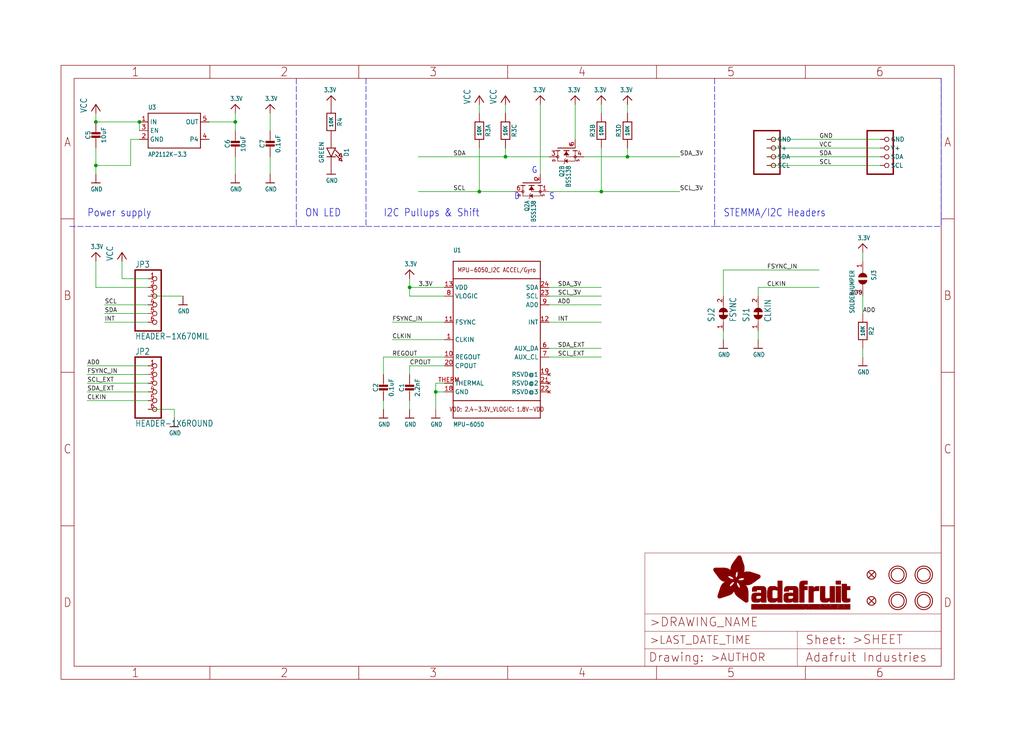
<source format=kicad_sch>
(kicad_sch (version 20211123) (generator eeschema)
  (paper "User" 298.45 217.881)
  (lib_symbols
    (symbol "eagleSchem-eagle-import:3.3V" (power)
      (property "Value" "3.3V" (at -1.524 1.016 0))
      (symbol "3.3V_1_0"
        (pin power_in line (at 0 -2.54 90) (length 2.54) (name "3.3V") (number "1"))
      )
    )
    (symbol "eagleSchem-eagle-import:CAP_CERAMIC0603_NO"
      (property "Reference" "C" (at -2.29 1.25 90))
      (property "Value" "CAP_CERAMIC0603_NO" (at 2.3 1.25 90))
      (symbol "CAP_CERAMIC0603_NO_1_0"
        (pin passive line (at 0 5.08 270) (length 2.54) (name "1") (number "1"))
        (pin passive line (at 0 -2.54 90) (length 2.54) (name "2") (number "2"))
      )
    )
    (symbol "eagleSchem-eagle-import:CAP_CERAMIC0805-NOOUTLINE"
      (property "Reference" "C" (at -2.29 1.25 90))
      (property "Value" "CAP_CERAMIC0805-NOOUTLINE" (at 2.3 1.25 90))
      (symbol "CAP_CERAMIC0805-NOOUTLINE_1_0"
        (pin passive line (at 0 5.08 270) (length 2.54) (name "1") (number "1"))
        (pin passive line (at 0 -2.54 90) (length 2.54) (name "2") (number "2"))
      )
    )
    (symbol "eagleSchem-eagle-import:FIDUCIAL_1MM")
    (symbol "eagleSchem-eagle-import:FRAME_A4_ADAFRUIT"
      (symbol "FRAME_A4_ADAFRUIT_0_0"
        (text "1" (at 21.6958 1.905 0) (effects (font (size 2.54 2.286))))
        (text "1" (at 21.6958 177.165 0) (effects (font (size 2.54 2.286))))
        (text "2" (at 65.0875 1.905 0) (effects (font (size 2.54 2.286))))
        (text "2" (at 65.0875 177.165 0) (effects (font (size 2.54 2.286))))
        (text "3" (at 108.4792 1.905 0) (effects (font (size 2.54 2.286))))
        (text "3" (at 108.4792 177.165 0) (effects (font (size 2.54 2.286))))
        (text "4" (at 151.8708 1.905 0) (effects (font (size 2.54 2.286))))
        (text "4" (at 151.8708 177.165 0) (effects (font (size 2.54 2.286))))
        (text "5" (at 195.2625 1.905 0) (effects (font (size 2.54 2.286))))
        (text "5" (at 195.2625 177.165 0) (effects (font (size 2.54 2.286))))
        (text "6" (at 238.6542 1.905 0) (effects (font (size 2.54 2.286))))
        (text "6" (at 238.6542 177.165 0) (effects (font (size 2.54 2.286))))
        (text "A" (at 1.905 156.6863 0) (effects (font (size 2.54 2.286))))
        (text "A" (at 258.445 156.6863 0) (effects (font (size 2.54 2.286))))
        (text "B" (at 1.905 111.9188 0) (effects (font (size 2.54 2.286))))
        (text "B" (at 258.445 111.9188 0) (effects (font (size 2.54 2.286))))
        (text "C" (at 1.905 67.1513 0) (effects (font (size 2.54 2.286))))
        (text "C" (at 258.445 67.1513 0) (effects (font (size 2.54 2.286))))
        (text "D" (at 1.905 22.3838 0) (effects (font (size 2.54 2.286))))
        (text "D" (at 258.445 22.3838 0) (effects (font (size 2.54 2.286))))
      )
      (symbol "FRAME_A4_ADAFRUIT_1_0"
        (text ">AUTHOR" (at 189.23 5.08 0) (effects (font (size 2.286 2.286)) (justify left bottom)))
        (text ">DRAWING_NAME" (at 171.45 15.24 0) (effects (font (size 2.54 2.54)) (justify left bottom)))
        (text ">LAST_DATE_TIME" (at 171.45 10.16 0) (effects (font (size 2.286 2.286)) (justify left bottom)))
        (text ">SHEET" (at 230.505 10.16 0) (effects (font (size 2.54 2.54)) (justify left bottom)))
        (text "Adafruit Industries" (at 216.916 4.953 0) (effects (font (size 2.54 2.54)) (justify left bottom)))
        (text "Drawing:" (at 171.196 4.953 0) (effects (font (size 2.54 2.54)) (justify left bottom)))
        (text "Sheet:" (at 216.916 10.033 0) (effects (font (size 2.54 2.54)) (justify left bottom)))
      )
    )
    (symbol "eagleSchem-eagle-import:GND" (power)
      (property "Value" "GND" (at -1.524 -2.54 0))
      (symbol "GND_1_0"
        (pin power_in line (at 0 2.54 270) (length 2.54) (name "GND") (number "1"))
      )
    )
    (symbol "eagleSchem-eagle-import:HEADER-1X670MIL"
      (property "Reference" "JP" (at -6.35 10.795 0))
      (property "Value" "HEADER-1X670MIL" (at -6.35 -10.16 0))
      (symbol "HEADER-1X670MIL_1_0"
        (pin passive inverted (at -2.54 7.62 0) (length 2.54) (name "1") (number "1"))
        (pin passive inverted (at -2.54 5.08 0) (length 2.54) (name "2") (number "2"))
        (pin passive inverted (at -2.54 2.54 0) (length 2.54) (name "3") (number "3"))
        (pin passive inverted (at -2.54 0 0) (length 2.54) (name "4") (number "4"))
        (pin passive inverted (at -2.54 -2.54 0) (length 2.54) (name "5") (number "5"))
        (pin passive inverted (at -2.54 -5.08 0) (length 2.54) (name "6") (number "6"))
      )
    )
    (symbol "eagleSchem-eagle-import:HEADER-1X6ROUND"
      (property "Reference" "JP" (at -6.35 10.795 0))
      (property "Value" "HEADER-1X6ROUND" (at -6.35 -10.16 0))
      (symbol "HEADER-1X6ROUND_1_0"
        (pin passive inverted (at -2.54 7.62 0) (length 2.54) (name "1") (number "1"))
        (pin passive inverted (at -2.54 5.08 0) (length 2.54) (name "2") (number "2"))
        (pin passive inverted (at -2.54 2.54 0) (length 2.54) (name "3") (number "3"))
        (pin passive inverted (at -2.54 0 0) (length 2.54) (name "4") (number "4"))
        (pin passive inverted (at -2.54 -2.54 0) (length 2.54) (name "5") (number "5"))
        (pin passive inverted (at -2.54 -5.08 0) (length 2.54) (name "6") (number "6"))
      )
    )
    (symbol "eagleSchem-eagle-import:LED0603_NOOUTLINE"
      (property "Reference" "D" (at -1.27 4.445 0))
      (property "Value" "LED0603_NOOUTLINE" (at -1.27 -2.794 0))
      (symbol "LED0603_NOOUTLINE_1_0"
        (pin passive line (at -5.08 0 0) (length 2.54) (name "A") (number "A"))
        (pin passive line (at 2.54 0 180) (length 2.54) (name "C") (number "C"))
      )
    )
    (symbol "eagleSchem-eagle-import:MOSFET-N_DUAL"
      (property "Reference" "Q" (at 5.08 0.635 0))
      (property "Value" "MOSFET-N_DUAL" (at 5.08 -1.27 0))
      (symbol "MOSFET-N_DUAL_1_0"
        (text "D" (at 3.175 3.175 0) (effects (font (size 0.8128 0.6908)) (justify left bottom)))
        (text "G" (at -1.27 -1.905 0) (effects (font (size 0.8128 0.6908)) (justify left bottom)))
        (text "S" (at 3.175 -3.81 0) (effects (font (size 0.8128 0.6908)) (justify left bottom)))
        (pin bidirectional line (at 2.54 -5.08 90) (length 2.54) (name "S") (number "1"))
        (pin bidirectional line (at -2.54 -2.54 0) (length 2.54) (name "G") (number "2"))
        (pin bidirectional line (at 2.54 5.08 270) (length 2.54) (name "D") (number "6"))
      )
      (symbol "MOSFET-N_DUAL_2_0"
        (text "D" (at 3.175 3.175 0) (effects (font (size 0.8128 0.6908)) (justify left bottom)))
        (text "G" (at -1.27 -1.905 0) (effects (font (size 0.8128 0.6908)) (justify left bottom)))
        (text "S" (at 3.175 -3.81 0) (effects (font (size 0.8128 0.6908)) (justify left bottom)))
        (pin bidirectional line (at 2.54 5.08 270) (length 2.54) (name "D") (number "3"))
        (pin bidirectional line (at 2.54 -5.08 90) (length 2.54) (name "S") (number "4"))
        (pin bidirectional line (at -2.54 -2.54 0) (length 2.54) (name "G") (number "5"))
      )
    )
    (symbol "eagleSchem-eagle-import:MOUNTINGHOLE2.5")
    (symbol "eagleSchem-eagle-import:MPU-6050"
      (property "Reference" "U" (at -12.7 25.4 0))
      (property "Value" "MPU-6050" (at -12.7 -25.4 0))
      (symbol "MPU-6050_1_0"
        (text "MPU-6050_I2C ACCEL/Gyro" (at 0 20.32 0) (effects (font (size 1.27 1.0795))))
        (text "VDD: 2.4-3.3V_VLOGIC: 1.8V-VDD" (at 0 -20.32 0) (effects (font (size 1.27 1.0795))))
        (pin input line (at -15.24 0 0) (length 2.54) (name "CLKIN") (number "1"))
        (pin passive line (at -15.24 -5.08 0) (length 2.54) (name "REGOUT") (number "10"))
        (pin input line (at -15.24 5.08 0) (length 2.54) (name "FSYNC") (number "11"))
        (pin output line (at 15.24 5.08 180) (length 2.54) (name "INT") (number "12"))
        (pin power_in line (at -15.24 15.24 0) (length 2.54) (name "VDD") (number "13"))
        (pin power_in line (at -15.24 -15.24 0) (length 2.54) (name "GND") (number "18"))
        (pin no_connect line (at 15.24 -10.16 180) (length 2.54) (name "RSVD@1") (number "19"))
        (pin passive line (at -15.24 -7.62 0) (length 2.54) (name "CPOUT") (number "20"))
        (pin no_connect line (at 15.24 -12.7 180) (length 2.54) (name "RSVD@2") (number "21"))
        (pin no_connect line (at 15.24 -15.24 180) (length 2.54) (name "RSVD@3") (number "22"))
        (pin bidirectional line (at 15.24 12.7 180) (length 2.54) (name "SCL") (number "23"))
        (pin bidirectional line (at 15.24 15.24 180) (length 2.54) (name "SDA") (number "24"))
        (pin bidirectional line (at 15.24 -2.54 180) (length 2.54) (name "AUX_DA") (number "6"))
        (pin bidirectional line (at 15.24 -5.08 180) (length 2.54) (name "AUX_CL") (number "7"))
        (pin power_in line (at -15.24 12.7 0) (length 2.54) (name "VLOGIC") (number "8"))
        (pin input line (at 15.24 10.16 180) (length 2.54) (name "AD0") (number "9"))
        (pin power_in line (at -15.24 -12.7 0) (length 2.54) (name "THERMAL") (number "THERM"))
      )
    )
    (symbol "eagleSchem-eagle-import:RESISTOR_0603_NOOUT"
      (property "Reference" "R" (at 0 2.54 0))
      (property "Value" "RESISTOR_0603_NOOUT" (at 0 0 0))
      (symbol "RESISTOR_0603_NOOUT_1_0"
        (pin passive line (at -5.08 0 0) (length 2.54) (name "1") (number "1"))
        (pin passive line (at 5.08 0 180) (length 2.54) (name "2") (number "2"))
      )
    )
    (symbol "eagleSchem-eagle-import:RESISTOR_4PACK"
      (property "Reference" "R" (at 0 2.54 0))
      (property "Value" "RESISTOR_4PACK" (at 0 0 0))
      (symbol "RESISTOR_4PACK_1_0"
        (pin passive line (at -5.08 0 0) (length 2.54) (name "1") (number "1"))
        (pin passive line (at 5.08 0 180) (length 2.54) (name "2") (number "8"))
      )
      (symbol "RESISTOR_4PACK_2_0"
        (pin passive line (at -5.08 0 0) (length 2.54) (name "1") (number "2"))
        (pin passive line (at 5.08 0 180) (length 2.54) (name "2") (number "7"))
      )
      (symbol "RESISTOR_4PACK_3_0"
        (pin passive line (at -5.08 0 0) (length 2.54) (name "1") (number "3"))
        (pin passive line (at 5.08 0 180) (length 2.54) (name "2") (number "6"))
      )
      (symbol "RESISTOR_4PACK_4_0"
        (pin passive line (at -5.08 0 0) (length 2.54) (name "1") (number "4"))
        (pin passive line (at 5.08 0 180) (length 2.54) (name "2") (number "5"))
      )
    )
    (symbol "eagleSchem-eagle-import:SOLDERJUMPER"
      (property "Reference" "SJ" (at -2.54 2.54 0))
      (property "Value" "SOLDERJUMPER" (at -2.54 -3.81 0))
      (symbol "SOLDERJUMPER_1_0"
        (pin passive line (at -5.08 0 0) (length 2.54) (name "1") (number "1"))
        (pin passive line (at 5.08 0 180) (length 2.54) (name "2") (number "2"))
      )
    )
    (symbol "eagleSchem-eagle-import:SOLDERJUMPER_CLOSED"
      (property "Reference" "SJ" (at -2.54 2.54 0))
      (property "Value" "SOLDERJUMPER_CLOSED" (at -2.54 -3.81 0))
      (symbol "SOLDERJUMPER_CLOSED_1_0"
        (pin passive line (at -5.08 0 0) (length 2.54) (name "1") (number "1"))
        (pin passive line (at 5.08 0 180) (length 2.54) (name "2") (number "2"))
      )
    )
    (symbol "eagleSchem-eagle-import:STEMMA_I2C_QT"
      (symbol "STEMMA_I2C_QT_1_0"
        (pin passive inverted (at 0 5.08 0) (length 2.54) (name "GND") (number "1"))
        (pin passive inverted (at 0 2.54 0) (length 2.54) (name "V+") (number "2"))
        (pin passive inverted (at 0 0 0) (length 2.54) (name "SDA") (number "3"))
        (pin passive inverted (at 0 -2.54 0) (length 2.54) (name "SCL") (number "4"))
      )
      (symbol "STEMMA_I2C_QT_2_0"
        (pin bidirectional line (at 0 0 0) (length 5.08) (name "MT") (number "MT1"))
      )
      (symbol "STEMMA_I2C_QT_3_0"
        (pin bidirectional line (at 0 0 0) (length 5.08) (name "MT") (number "MT2"))
      )
    )
    (symbol "eagleSchem-eagle-import:VCC" (power)
      (property "Value" "VCC" (at -2.54 -2.54 90))
      (symbol "VCC_1_0"
        (pin power_in line (at 0 -2.54 90) (length 2.54) (name "VCC") (number "1"))
      )
    )
    (symbol "eagleSchem-eagle-import:VREG_SOT23-5"
      (property "Reference" "U" (at -7.62 6.096 0))
      (property "Value" "VREG_SOT23-5" (at -7.62 -7.62 0))
      (symbol "VREG_SOT23-5_1_0"
        (pin power_in line (at -10.16 2.54 0) (length 2.54) (name "IN") (number "1"))
        (pin power_in line (at -10.16 -2.54 0) (length 2.54) (name "GND") (number "2"))
        (pin input line (at -10.16 0 0) (length 2.54) (name "EN") (number "3"))
        (pin bidirectional line (at 10.16 -2.54 180) (length 2.54) (name "P4") (number "4"))
        (pin power_in line (at 10.16 2.54 180) (length 2.54) (name "OUT") (number "5"))
      )
    )
  )
  (junction (at 27.94 48.26))
  (junction (at 175.26 55.88))
  (junction (at 139.7 55.88))
  (junction (at 147.32 45.72))
  (junction (at 68.58 35.56))
  (junction (at 119.38 83.82))
  (junction (at 27.94 35.56))
  (junction (at 127 114.3))
  (junction (at 40.64 35.56))
  (junction (at 182.88 45.72))
  (wire (pts (xy 27.94 48.26) (xy 27.94 43.18)))
  (wire (pts (xy 38.1 48.26) (xy 27.94 48.26)))
  (wire (pts (xy 68.58 35.56) (xy 68.58 38.1)))
  (wire (pts (xy 127 111.76) (xy 127 114.3)))
  (wire (pts (xy 78.74 33.02) (xy 78.74 38.1)))
  (wire (pts (xy 251.46 76.2) (xy 251.46 73.66)))
  (wire (pts (xy 119.38 86.36) (xy 119.38 83.82)))
  (wire (pts (xy 43.18 83.82) (xy 27.94 83.82)))
  (wire (pts (xy 68.58 35.56) (xy 68.58 33.02)))
  (wire (pts (xy 27.94 33.02) (xy 27.94 35.56)))
  (wire (pts (xy 210.82 96.52) (xy 210.82 99.06)))
  (wire (pts (xy 147.32 33.02) (xy 147.32 30.48)))
  (polyline (pts (xy 274.32 22.86) (xy 274.32 66.04)))
  (wire (pts (xy 160.02 45.72) (xy 147.32 45.72)))
  (wire (pts (xy 25.4 109.22) (xy 43.18 109.22)))
  (wire (pts (xy 114.3 93.98) (xy 129.54 93.98)))
  (polyline (pts (xy 20.32 66.04) (xy 86.36 66.04)))
  (wire (pts (xy 160.02 104.14) (xy 175.26 104.14)))
  (wire (pts (xy 238.76 83.82) (xy 220.98 83.82)))
  (wire (pts (xy 60.96 35.56) (xy 68.58 35.56)))
  (wire (pts (xy 27.94 83.82) (xy 27.94 76.2)))
  (wire (pts (xy 25.4 106.68) (xy 43.18 106.68)))
  (wire (pts (xy 119.38 116.84) (xy 119.38 119.38)))
  (wire (pts (xy 223.52 43.18) (xy 256.54 43.18)))
  (wire (pts (xy 111.76 104.14) (xy 111.76 109.22)))
  (wire (pts (xy 129.54 86.36) (xy 119.38 86.36)))
  (wire (pts (xy 129.54 83.82) (xy 119.38 83.82)))
  (wire (pts (xy 43.18 116.84) (xy 25.4 116.84)))
  (wire (pts (xy 256.54 45.72) (xy 223.52 45.72)))
  (wire (pts (xy 25.4 111.76) (xy 43.18 111.76)))
  (polyline (pts (xy 208.28 22.86) (xy 208.28 66.04)))
  (wire (pts (xy 147.32 43.18) (xy 147.32 45.72)))
  (wire (pts (xy 119.38 106.68) (xy 119.38 109.22)))
  (polyline (pts (xy 86.36 66.04) (xy 106.68 66.04)))
  (wire (pts (xy 129.54 99.06) (xy 114.3 99.06)))
  (wire (pts (xy 170.18 45.72) (xy 182.88 45.72)))
  (wire (pts (xy 25.4 114.3) (xy 43.18 114.3)))
  (wire (pts (xy 40.64 40.64) (xy 38.1 40.64)))
  (wire (pts (xy 182.88 45.72) (xy 198.12 45.72)))
  (wire (pts (xy 160.02 55.88) (xy 175.26 55.88)))
  (wire (pts (xy 167.64 40.64) (xy 167.64 30.48)))
  (wire (pts (xy 139.7 43.18) (xy 139.7 55.88)))
  (wire (pts (xy 160.02 93.98) (xy 175.26 93.98)))
  (wire (pts (xy 182.88 33.02) (xy 182.88 30.48)))
  (polyline (pts (xy 86.36 22.86) (xy 86.36 66.04)))
  (wire (pts (xy 175.26 55.88) (xy 198.12 55.88)))
  (wire (pts (xy 210.82 86.36) (xy 210.82 78.74)))
  (wire (pts (xy 43.18 91.44) (xy 30.48 91.44)))
  (wire (pts (xy 160.02 83.82) (xy 175.26 83.82)))
  (wire (pts (xy 251.46 86.36) (xy 251.46 91.44)))
  (wire (pts (xy 127 114.3) (xy 127 119.38)))
  (wire (pts (xy 40.64 35.56) (xy 27.94 35.56)))
  (wire (pts (xy 182.88 43.18) (xy 182.88 45.72)))
  (wire (pts (xy 160.02 88.9) (xy 175.26 88.9)))
  (wire (pts (xy 139.7 30.48) (xy 139.7 33.02)))
  (wire (pts (xy 38.1 40.64) (xy 38.1 48.26)))
  (wire (pts (xy 175.26 33.02) (xy 175.26 30.48)))
  (wire (pts (xy 68.58 45.72) (xy 68.58 50.8)))
  (wire (pts (xy 129.54 111.76) (xy 127 111.76)))
  (wire (pts (xy 129.54 114.3) (xy 127 114.3)))
  (wire (pts (xy 78.74 45.72) (xy 78.74 50.8)))
  (wire (pts (xy 43.18 81.28) (xy 35.56 81.28)))
  (wire (pts (xy 220.98 86.36) (xy 220.98 83.82)))
  (wire (pts (xy 43.18 88.9) (xy 30.48 88.9)))
  (wire (pts (xy 160.02 86.36) (xy 175.26 86.36)))
  (wire (pts (xy 129.54 104.14) (xy 111.76 104.14)))
  (wire (pts (xy 157.48 50.8) (xy 157.48 30.48)))
  (wire (pts (xy 43.18 93.98) (xy 30.48 93.98)))
  (wire (pts (xy 149.86 55.88) (xy 139.7 55.88)))
  (wire (pts (xy 220.98 96.52) (xy 220.98 99.06)))
  (wire (pts (xy 50.8 119.38) (xy 50.8 121.92)))
  (wire (pts (xy 223.52 48.26) (xy 256.54 48.26)))
  (wire (pts (xy 43.18 119.38) (xy 50.8 119.38)))
  (polyline (pts (xy 106.68 66.04) (xy 208.28 66.04)))
  (wire (pts (xy 35.56 81.28) (xy 35.56 76.2)))
  (wire (pts (xy 119.38 83.82) (xy 119.38 81.28)))
  (wire (pts (xy 251.46 101.6) (xy 251.46 104.14)))
  (wire (pts (xy 210.82 78.74) (xy 238.76 78.74)))
  (wire (pts (xy 27.94 48.26) (xy 27.94 50.8)))
  (wire (pts (xy 139.7 55.88) (xy 121.92 55.88)))
  (wire (pts (xy 40.64 38.1) (xy 40.64 35.56)))
  (wire (pts (xy 160.02 101.6) (xy 175.26 101.6)))
  (wire (pts (xy 256.54 40.64) (xy 223.52 40.64)))
  (wire (pts (xy 111.76 116.84) (xy 111.76 119.38)))
  (wire (pts (xy 43.18 86.36) (xy 53.34 86.36)))
  (wire (pts (xy 129.54 106.68) (xy 119.38 106.68)))
  (polyline (pts (xy 106.68 22.86) (xy 106.68 66.04)))
  (wire (pts (xy 175.26 43.18) (xy 175.26 55.88)))
  (wire (pts (xy 147.32 45.72) (xy 121.92 45.72)))
  (polyline (pts (xy 208.28 66.04) (xy 274.32 66.04)))
  (text "I2C Pullups & Shift" (at 111.76 63.5 180) (effects (font (size 2.1844 1.8567)) (justify left bottom)))
  (text "D" (at 149.86 58.42 180) (effects (font (size 1.778 1.5113)) (justify left bottom)))
  (text "S" (at 160.02 58.42 180) (effects (font (size 1.778 1.5113)) (justify left bottom)))
  (text "G" (at 154.94 50.8 180) (effects (font (size 1.778 1.5113)) (justify left bottom)))
  (text "STEMMA/I2C Headers" (at 210.82 63.5 180) (effects (font (size 2.1844 1.8567)) (justify left bottom)))
  (text "Power supply" (at 25.4 63.5 180) (effects (font (size 2.1844 1.8567)) (justify left bottom)))
  (text "ON LED" (at 88.9 63.5 180) (effects (font (size 2.1844 1.8567)) (justify left bottom)))
  (label "AD0" (at 162.56 88.9 0) (effects (font (size 1.2446 1.2446))))
  (label "SCL" (at 30.48 88.9 0) (effects (font (size 1.2446 1.2446))))
  (label "FSYNC_IN" (at 114.3 93.98 0) (effects (font (size 1.2446 1.2446))))
  (label "SDA_EXT" (at 162.56 101.6 0) (effects (font (size 1.2446 1.2446))))
  (label "SDA" (at 30.48 91.44 0) (effects (font (size 1.2446 1.2446))))
  (label "SCL_EXT" (at 162.56 104.14 0) (effects (font (size 1.2446 1.2446))))
  (label "AD0" (at 251.46 86.36 180) (effects (font (size 1.2446 1.2446))))
  (label "CLKIN" (at 114.3 99.06 0) (effects (font (size 1.2446 1.2446))))
  (label "SDA_EXT" (at 25.4 114.3 0) (effects (font (size 1.2446 1.2446))))
  (label "CPOUT" (at 119.38 106.68 0) (effects (font (size 1.2446 1.2446))))
  (label "SCL_3V" (at 162.56 86.36 0) (effects (font (size 1.2446 1.2446))))
  (label "FSYNC_IN" (at 223.52 78.74 0) (effects (font (size 1.2446 1.2446))))
  (label "AD0" (at 25.4 106.68 0) (effects (font (size 1.2446 1.2446))))
  (label "CLKIN" (at 223.52 83.82 0) (effects (font (size 1.2446 1.2446))))
  (label "REGOUT" (at 114.3 104.14 0) (effects (font (size 1.2446 1.2446))))
  (label "SDA_3V" (at 198.12 45.72 0) (effects (font (size 1.2446 1.2446))))
  (label "SCL_3V" (at 198.12 55.88 0) (effects (font (size 1.2446 1.2446))))
  (label "SCL_EXT" (at 25.4 111.76 0) (effects (font (size 1.2446 1.2446))))
  (label "SDA" (at 132.08 45.72 0) (effects (font (size 1.2446 1.2446))))
  (label "SDA" (at 238.76 45.72 0) (effects (font (size 1.2446 1.2446))))
  (label "GND" (at 238.76 40.64 0) (effects (font (size 1.2446 1.2446))))
  (label "INT" (at 30.48 93.98 0) (effects (font (size 1.2446 1.2446))))
  (label "SCL" (at 238.76 48.26 0) (effects (font (size 1.2446 1.2446))))
  (label "FSYNC_IN" (at 25.4 109.22 0) (effects (font (size 1.2446 1.2446))))
  (label "CLKIN" (at 25.4 116.84 0) (effects (font (size 1.2446 1.2446))))
  (label "SDA_3V" (at 162.56 83.82 0) (effects (font (size 1.2446 1.2446))))
  (label "VCC" (at 238.76 43.18 0) (effects (font (size 1.2446 1.2446))))
  (label "SCL" (at 132.08 55.88 0) (effects (font (size 1.2446 1.2446))))
  (label "3.3V" (at 121.92 83.82 0) (effects (font (size 1.2446 1.2446))))
  (label "AD0" (at 251.46 91.44 0) (effects (font (size 1.2446 1.2446))))
  (label "INT" (at 162.56 93.98 0) (effects (font (size 1.2446 1.2446))))
  (symbol (lib_id "eagleSchem-eagle-import:3.3V") (at 96.52 27.94 0) (mirror y) (unit 1)
    (property "Reference" "#U$1" (effects hide))
    (property "Value" "3.3V" (at 98.044 26.924 0) (effects (font (size 1.27 1.0795)) (justify left bottom)))
    (property "Footprint" "eagleSchem:" (effects hide))
  )
  (symbol (lib_id "eagleSchem-eagle-import:VCC") (at 139.7 27.94 0) (unit 1)
    (property "Reference" "#P+1" (effects hide))
    (property "Value" "VCC" (at 137.16 30.48 90) (effects (font (size 1.778 1.5113)) (justify left bottom)))
    (property "Footprint" "eagleSchem:" (effects hide))
  )
  (symbol (lib_id "eagleSchem-eagle-import:GND") (at 50.8 124.46 0) (unit 1)
    (property "Reference" "#U$18" (effects hide))
    (property "Value" "GND" (at 49.276 127 0) (effects (font (size 1.27 1.0795)) (justify left bottom)))
    (property "Footprint" "eagleSchem:" (effects hide))
  )
  (symbol (lib_id "eagleSchem-eagle-import:GND") (at 251.46 106.68 0) (unit 1)
    (property "Reference" "#U$6" (effects hide))
    (property "Value" "GND" (at 249.936 109.22 0) (effects (font (size 1.27 1.0795)) (justify left bottom)))
    (property "Footprint" "eagleSchem:" (effects hide))
  )
  (symbol (lib_id "eagleSchem-eagle-import:GND") (at 78.74 53.34 0) (unit 1)
    (property "Reference" "#U$28" (effects hide))
    (property "Value" "GND" (at 77.216 55.88 0) (effects (font (size 1.27 1.0795)) (justify left bottom)))
    (property "Footprint" "eagleSchem:" (effects hide))
  )
  (symbol (lib_id "eagleSchem-eagle-import:VCC") (at 35.56 73.66 0) (unit 1)
    (property "Reference" "#P+4" (effects hide))
    (property "Value" "VCC" (at 33.02 76.2 90) (effects (font (size 1.778 1.5113)) (justify left bottom)))
    (property "Footprint" "eagleSchem:" (effects hide))
  )
  (symbol (lib_id "eagleSchem-eagle-import:3.3V") (at 175.26 27.94 0) (mirror y) (unit 1)
    (property "Reference" "#U$35" (effects hide))
    (property "Value" "3.3V" (at 176.784 26.924 0) (effects (font (size 1.27 1.0795)) (justify left bottom)))
    (property "Footprint" "eagleSchem:" (effects hide))
  )
  (symbol (lib_id "eagleSchem-eagle-import:GND") (at 127 121.92 0) (unit 1)
    (property "Reference" "#U$5" (effects hide))
    (property "Value" "GND" (at 125.476 124.46 0) (effects (font (size 1.27 1.0795)) (justify left bottom)))
    (property "Footprint" "eagleSchem:" (effects hide))
  )
  (symbol (lib_id "eagleSchem-eagle-import:3.3V") (at 167.64 27.94 0) (mirror y) (unit 1)
    (property "Reference" "#U$37" (effects hide))
    (property "Value" "3.3V" (at 169.164 26.924 0) (effects (font (size 1.27 1.0795)) (justify left bottom)))
    (property "Footprint" "eagleSchem:" (effects hide))
  )
  (symbol (lib_id "eagleSchem-eagle-import:FIDUCIAL_1MM") (at 254 175.26 0) (unit 1)
    (property "Reference" "FID3" (effects hide))
    (property "Value" "FIDUCIAL_1MM" (effects hide))
    (property "Footprint" "eagleSchem:FIDUCIAL_1MM" (effects hide))
  )
  (symbol (lib_id "eagleSchem-eagle-import:MOUNTINGHOLE2.5") (at 261.62 175.26 0) (unit 1)
    (property "Reference" "U$39" (effects hide))
    (property "Value" "MOUNTINGHOLE2.5" (effects hide))
    (property "Footprint" "eagleSchem:MOUNTINGHOLE_2.5_PLATED" (effects hide))
  )
  (symbol (lib_id "eagleSchem-eagle-import:MOUNTINGHOLE2.5") (at 261.62 167.64 0) (unit 1)
    (property "Reference" "U$40" (effects hide))
    (property "Value" "MOUNTINGHOLE2.5" (effects hide))
    (property "Footprint" "eagleSchem:MOUNTINGHOLE_2.5_PLATED" (effects hide))
  )
  (symbol (lib_id "eagleSchem-eagle-import:3.3V") (at 157.48 27.94 0) (mirror y) (unit 1)
    (property "Reference" "#U$36" (effects hide))
    (property "Value" "3.3V" (at 159.004 26.924 0) (effects (font (size 1.27 1.0795)) (justify left bottom)))
    (property "Footprint" "eagleSchem:" (effects hide))
  )
  (symbol (lib_id "eagleSchem-eagle-import:MOUNTINGHOLE2.5") (at 269.24 167.64 0) (unit 1)
    (property "Reference" "U$42" (effects hide))
    (property "Value" "MOUNTINGHOLE2.5" (effects hide))
    (property "Footprint" "eagleSchem:MOUNTINGHOLE_2.5_PLATED" (effects hide))
  )
  (symbol (lib_id "eagleSchem-eagle-import:GND") (at 27.94 53.34 0) (unit 1)
    (property "Reference" "#U$24" (effects hide))
    (property "Value" "GND" (at 26.416 55.88 0) (effects (font (size 1.27 1.0795)) (justify left bottom)))
    (property "Footprint" "eagleSchem:" (effects hide))
  )
  (symbol (lib_id "eagleSchem-eagle-import:STEMMA_I2C_QT") (at 256.54 45.72 0) (unit 1)
    (property "Reference" "CONN4" (effects hide))
    (property "Value" "STEMMA_I2C_QT" (effects hide))
    (property "Footprint" "eagleSchem:JST_SH4" (effects hide))
  )
  (symbol (lib_id "eagleSchem-eagle-import:VCC") (at 27.94 30.48 0) (unit 1)
    (property "Reference" "#P+3" (effects hide))
    (property "Value" "VCC" (at 25.4 33.02 90) (effects (font (size 1.778 1.5113)) (justify left bottom)))
    (property "Footprint" "eagleSchem:" (effects hide))
  )
  (symbol (lib_id "eagleSchem-eagle-import:MOSFET-N_DUAL") (at 165.1 43.18 90) (mirror x) (unit 2)
    (property "Reference" "Q2" (at 164.465 48.26 0) (effects (font (size 1.27 1.0795)) (justify left bottom)))
    (property "Value" "BSS138" (at 166.37 48.26 0) (effects (font (size 1.27 1.0795)) (justify left bottom)))
    (property "Footprint" "eagleSchem:SOT363" (effects hide))
  )
  (symbol (lib_id "eagleSchem-eagle-import:GND") (at 210.82 101.6 0) (unit 1)
    (property "Reference" "#U$10" (effects hide))
    (property "Value" "GND" (at 209.296 104.14 0) (effects (font (size 1.27 1.0795)) (justify left bottom)))
    (property "Footprint" "eagleSchem:" (effects hide))
  )
  (symbol (lib_id "eagleSchem-eagle-import:VCC") (at 147.32 27.94 0) (unit 1)
    (property "Reference" "#P+2" (effects hide))
    (property "Value" "VCC" (at 144.78 30.48 90) (effects (font (size 1.778 1.5113)) (justify left bottom)))
    (property "Footprint" "eagleSchem:" (effects hide))
  )
  (symbol (lib_id "eagleSchem-eagle-import:SOLDERJUMPER") (at 251.46 81.28 270) (unit 1)
    (property "Reference" "SJ3" (at 254 78.74 0) (effects (font (size 1.27 1.0795)) (justify left bottom)))
    (property "Value" "SOLDERJUMPER" (at 247.65 78.74 0) (effects (font (size 1.27 1.0795)) (justify left bottom)))
    (property "Footprint" "eagleSchem:SOLDERJUMPER_ARROW_NOPASTE" (effects hide))
  )
  (symbol (lib_id "eagleSchem-eagle-import:FIDUCIAL_1MM") (at 254 167.64 0) (unit 1)
    (property "Reference" "FID4" (effects hide))
    (property "Value" "FIDUCIAL_1MM" (effects hide))
    (property "Footprint" "eagleSchem:FIDUCIAL_1MM" (effects hide))
  )
  (symbol (lib_id "eagleSchem-eagle-import:MPU-6050") (at 144.78 99.06 0) (unit 1)
    (property "Reference" "U1" (at 132.08 73.66 0) (effects (font (size 1.27 1.0795)) (justify left bottom)))
    (property "Value" "MPU-6050" (at 132.08 124.46 0) (effects (font (size 1.27 1.0795)) (justify left bottom)))
    (property "Footprint" "eagleSchem:QFN24_4MM_SMSC" (effects hide))
  )
  (symbol (lib_id "eagleSchem-eagle-import:SOLDERJUMPER_CLOSED") (at 210.82 91.44 90) (unit 1)
    (property "Reference" "SJ2" (at 208.28 93.98 0) (effects (font (size 1.778 1.5113)) (justify left bottom)))
    (property "Value" "FSYNC" (at 214.63 93.98 0) (effects (font (size 1.778 1.5113)) (justify left bottom)))
    (property "Footprint" "eagleSchem:SOLDERJUMPER_CLOSEDWIRE" (effects hide))
  )
  (symbol (lib_id "eagleSchem-eagle-import:GND") (at 68.58 53.34 0) (unit 1)
    (property "Reference" "#U$27" (effects hide))
    (property "Value" "GND" (at 67.056 55.88 0) (effects (font (size 1.27 1.0795)) (justify left bottom)))
    (property "Footprint" "eagleSchem:" (effects hide))
  )
  (symbol (lib_id "eagleSchem-eagle-import:CAP_CERAMIC0805-NOOUTLINE") (at 68.58 43.18 0) (unit 1)
    (property "Reference" "C6" (at 66.29 41.93 90))
    (property "Value" "10uF" (at 70.88 41.93 90))
    (property "Footprint" "eagleSchem:0805-NO" (effects hide))
  )
  (symbol (lib_id "eagleSchem-eagle-import:CAP_CERAMIC0603_NO") (at 78.74 43.18 0) (unit 1)
    (property "Reference" "C7" (at 76.45 41.93 90))
    (property "Value" "0.1uF" (at 81.04 41.93 90))
    (property "Footprint" "eagleSchem:0603-NO" (effects hide))
  )
  (symbol (lib_id "eagleSchem-eagle-import:VREG_SOT23-5") (at 50.8 38.1 0) (unit 1)
    (property "Reference" "U3" (at 43.18 32.004 0) (effects (font (size 1.27 1.0795)) (justify left bottom)))
    (property "Value" "AP2112K-3.3" (at 43.18 45.72 0) (effects (font (size 1.27 1.0795)) (justify left bottom)))
    (property "Footprint" "eagleSchem:SOT23-5" (effects hide))
  )
  (symbol (lib_id "eagleSchem-eagle-import:RESISTOR_4PACK") (at 139.7 38.1 270) (unit 1)
    (property "Reference" "R3" (at 142.24 38.1 0))
    (property "Value" "10K" (at 139.7 38.1 0) (effects (font (size 1.016 1.016) bold)))
    (property "Footprint" "eagleSchem:RESPACK_4X0603" (effects hide))
  )
  (symbol (lib_id "eagleSchem-eagle-import:GND") (at 220.98 101.6 0) (unit 1)
    (property "Reference" "#U$11" (effects hide))
    (property "Value" "GND" (at 219.456 104.14 0) (effects (font (size 1.27 1.0795)) (justify left bottom)))
    (property "Footprint" "eagleSchem:" (effects hide))
  )
  (symbol (lib_id "eagleSchem-eagle-import:RESISTOR_4PACK") (at 147.32 38.1 270) (unit 3)
    (property "Reference" "R3" (at 149.86 38.1 0))
    (property "Value" "10K" (at 147.32 38.1 0) (effects (font (size 1.016 1.016) bold)))
    (property "Footprint" "eagleSchem:RESPACK_4X0603" (effects hide))
  )
  (symbol (lib_id "eagleSchem-eagle-import:3.3V") (at 119.38 78.74 0) (unit 1)
    (property "Reference" "#U$3" (effects hide))
    (property "Value" "3.3V" (at 117.856 77.724 0) (effects (font (size 1.27 1.0795)) (justify left bottom)))
    (property "Footprint" "eagleSchem:" (effects hide))
  )
  (symbol (lib_id "eagleSchem-eagle-import:FRAME_A4_ADAFRUIT") (at 17.78 198.12 0) (unit 1)
    (property "Reference" "#U$41" (effects hide))
    (property "Value" "FRAME_A4_ADAFRUIT" (effects hide))
    (property "Footprint" "eagleSchem:" (effects hide))
  )
  (symbol (lib_id "eagleSchem-eagle-import:GND") (at 53.34 88.9 0) (unit 1)
    (property "Reference" "#U$29" (effects hide))
    (property "Value" "GND" (at 51.816 91.44 0) (effects (font (size 1.27 1.0795)) (justify left bottom)))
    (property "Footprint" "eagleSchem:" (effects hide))
  )
  (symbol (lib_id "eagleSchem-eagle-import:MOUNTINGHOLE2.5") (at 269.24 175.26 0) (unit 1)
    (property "Reference" "U$43" (effects hide))
    (property "Value" "MOUNTINGHOLE2.5" (effects hide))
    (property "Footprint" "eagleSchem:MOUNTINGHOLE_2.5_PLATED" (effects hide))
  )
  (symbol (lib_id "eagleSchem-eagle-import:RESISTOR_0603_NOOUT") (at 251.46 96.52 270) (unit 1)
    (property "Reference" "R2" (at 254 96.52 0))
    (property "Value" "10K" (at 251.46 96.52 0) (effects (font (size 1.016 1.016) bold)))
    (property "Footprint" "eagleSchem:0603-NO" (effects hide))
  )
  (symbol (lib_id "eagleSchem-eagle-import:GND") (at 111.76 121.92 0) (unit 1)
    (property "Reference" "#U$13" (effects hide))
    (property "Value" "GND" (at 110.236 124.46 0) (effects (font (size 1.27 1.0795)) (justify left bottom)))
    (property "Footprint" "eagleSchem:" (effects hide))
  )
  (symbol (lib_id "eagleSchem-eagle-import:HEADER-1X670MIL") (at 45.72 88.9 0) (unit 1)
    (property "Reference" "JP3" (at 39.37 78.105 0) (effects (font (size 1.778 1.5113)) (justify left bottom)))
    (property "Value" "HEADER-1X670MIL" (at 39.37 99.06 0) (effects (font (size 1.778 1.5113)) (justify left bottom)))
    (property "Footprint" "eagleSchem:1X06_ROUND_70" (effects hide))
  )
  (symbol (lib_id "eagleSchem-eagle-import:3.3V") (at 68.58 30.48 0) (unit 1)
    (property "Reference" "#U$31" (effects hide))
    (property "Value" "3.3V" (at 67.056 29.464 0) (effects (font (size 1.27 1.0795)) (justify left bottom)))
    (property "Footprint" "eagleSchem:" (effects hide))
  )
  (symbol (lib_id "eagleSchem-eagle-import:HEADER-1X6ROUND") (at 45.72 114.3 0) (unit 1)
    (property "Reference" "JP2" (at 39.37 103.505 0) (effects (font (size 1.778 1.5113)) (justify left bottom)))
    (property "Value" "HEADER-1X6ROUND" (at 39.37 124.46 0) (effects (font (size 1.778 1.5113)) (justify left bottom)))
    (property "Footprint" "eagleSchem:1X06_ROUND" (effects hide))
  )
  (symbol (lib_id "eagleSchem-eagle-import:3.3V") (at 78.74 30.48 0) (unit 1)
    (property "Reference" "#U$30" (effects hide))
    (property "Value" "3.3V" (at 77.216 29.464 0) (effects (font (size 1.27 1.0795)) (justify left bottom)))
    (property "Footprint" "eagleSchem:" (effects hide))
  )
  (symbol (lib_id "eagleSchem-eagle-import:RESISTOR_4PACK") (at 175.26 38.1 90) (mirror x) (unit 2)
    (property "Reference" "R3" (at 172.72 38.1 0))
    (property "Value" "10K" (at 175.26 38.1 0) (effects (font (size 1.016 1.016) bold)))
    (property "Footprint" "eagleSchem:RESPACK_4X0603" (effects hide))
  )
  (symbol (lib_id "eagleSchem-eagle-import:CAP_CERAMIC0603_NO") (at 119.38 114.3 0) (unit 1)
    (property "Reference" "C1" (at 117.09 113.05 90))
    (property "Value" "2.2nF" (at 121.68 113.05 90))
    (property "Footprint" "eagleSchem:0603-NO" (effects hide))
  )
  (symbol (lib_id "eagleSchem-eagle-import:3.3V") (at 251.46 71.12 0) (unit 1)
    (property "Reference" "#U$4" (effects hide))
    (property "Value" "3.3V" (at 249.936 70.104 0) (effects (font (size 1.27 1.0795)) (justify left bottom)))
    (property "Footprint" "eagleSchem:" (effects hide))
  )
  (symbol (lib_id "eagleSchem-eagle-import:MOSFET-N_DUAL") (at 154.94 53.34 90) (mirror x) (unit 1)
    (property "Reference" "Q2" (at 154.305 58.42 0) (effects (font (size 1.27 1.0795)) (justify left bottom)))
    (property "Value" "BSS138" (at 156.21 58.42 0) (effects (font (size 1.27 1.0795)) (justify left bottom)))
    (property "Footprint" "eagleSchem:SOT363" (effects hide))
  )
  (symbol (lib_id "eagleSchem-eagle-import:CAP_CERAMIC0805-NOOUTLINE") (at 27.94 40.64 0) (unit 1)
    (property "Reference" "C5" (at 25.65 39.39 90))
    (property "Value" "10uF" (at 30.24 39.39 90))
    (property "Footprint" "eagleSchem:0805-NO" (effects hide))
  )
  (symbol (lib_id "eagleSchem-eagle-import:GND") (at 119.38 121.92 0) (unit 1)
    (property "Reference" "#U$12" (effects hide))
    (property "Value" "GND" (at 117.856 124.46 0) (effects (font (size 1.27 1.0795)) (justify left bottom)))
    (property "Footprint" "eagleSchem:" (effects hide))
  )
  (symbol (lib_id "eagleSchem-eagle-import:STEMMA_I2C_QT") (at 223.52 45.72 0) (unit 1)
    (property "Reference" "CONN3" (effects hide))
    (property "Value" "STEMMA_I2C_QT" (effects hide))
    (property "Footprint" "eagleSchem:JST_SH4" (effects hide))
  )
  (symbol (lib_id "eagleSchem-eagle-import:3.3V") (at 27.94 73.66 0) (unit 1)
    (property "Reference" "#U$38" (effects hide))
    (property "Value" "3.3V" (at 26.416 72.644 0) (effects (font (size 1.27 1.0795)) (justify left bottom)))
    (property "Footprint" "eagleSchem:" (effects hide))
  )
  (symbol (lib_id "eagleSchem-eagle-import:SOLDERJUMPER_CLOSED") (at 220.98 91.44 90) (unit 1)
    (property "Reference" "SJ1" (at 218.44 93.98 0) (effects (font (size 1.778 1.5113)) (justify left bottom)))
    (property "Value" "CLKIN" (at 224.79 93.98 0) (effects (font (size 1.778 1.5113)) (justify left bottom)))
    (property "Footprint" "eagleSchem:SOLDERJUMPER_CLOSEDWIRE" (effects hide))
  )
  (symbol (lib_id "eagleSchem-eagle-import:RESISTOR_0603_NOOUT") (at 96.52 35.56 270) (unit 1)
    (property "Reference" "R4" (at 99.06 35.56 0))
    (property "Value" "10K" (at 96.52 35.56 0) (effects (font (size 1.016 1.016) bold)))
    (property "Footprint" "eagleSchem:0603-NO" (effects hide))
  )
  (symbol (lib_id "eagleSchem-eagle-import:GND") (at 96.52 50.8 0) (unit 1)
    (property "Reference" "#U$2" (effects hide))
    (property "Value" "GND" (at 94.996 53.34 0) (effects (font (size 1.27 1.0795)) (justify left bottom)))
    (property "Footprint" "eagleSchem:" (effects hide))
  )
  (symbol (lib_id "eagleSchem-eagle-import:3.3V") (at 182.88 27.94 0) (mirror y) (unit 1)
    (property "Reference" "#U$34" (effects hide))
    (property "Value" "3.3V" (at 184.404 26.924 0) (effects (font (size 1.27 1.0795)) (justify left bottom)))
    (property "Footprint" "eagleSchem:" (effects hide))
  )
  (symbol (lib_id "eagleSchem-eagle-import:LED0603_NOOUTLINE") (at 96.52 45.72 270) (unit 1)
    (property "Reference" "D1" (at 100.965 44.45 0))
    (property "Value" "GREEN" (at 93.726 44.45 0))
    (property "Footprint" "eagleSchem:CHIPLED_0603_NOOUTLINE" (effects hide))
  )
  (symbol (lib_id "eagleSchem-eagle-import:RESISTOR_4PACK") (at 182.88 38.1 90) (mirror x) (unit 4)
    (property "Reference" "R3" (at 180.34 38.1 0))
    (property "Value" "10K" (at 182.88 38.1 0) (effects (font (size 1.016 1.016) bold)))
    (property "Footprint" "eagleSchem:RESPACK_4X0603" (effects hide))
  )
  (symbol (lib_id "eagleSchem-eagle-import:CAP_CERAMIC0603_NO") (at 111.76 114.3 0) (unit 1)
    (property "Reference" "C2" (at 109.47 113.05 90))
    (property "Value" "0.1uF" (at 114.06 113.05 90))
    (property "Footprint" "eagleSchem:0603-NO" (effects hide))
  )
)
</source>
